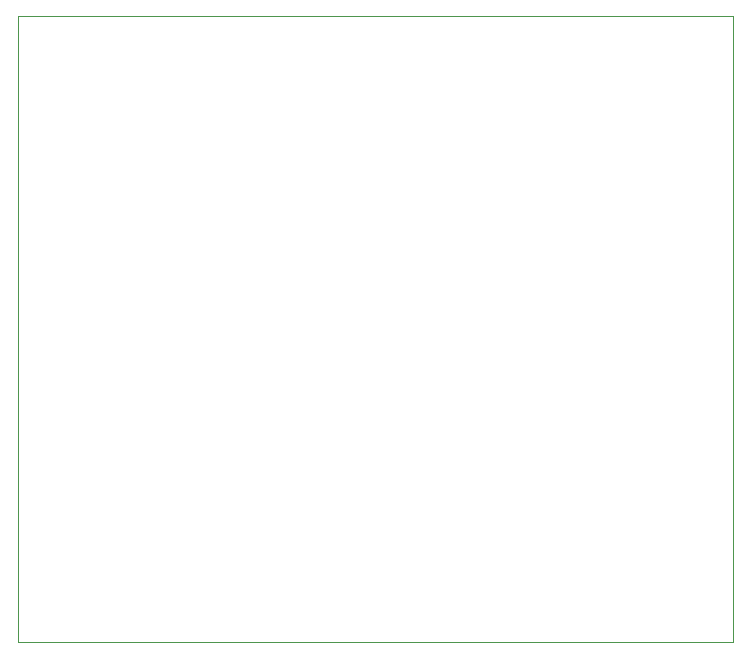
<source format=gbr>
%TF.GenerationSoftware,KiCad,Pcbnew,6.0.4-6f826c9f35~116~ubuntu20.04.1*%
%TF.CreationDate,2022-04-29T17:40:21+02:00*%
%TF.ProjectId,wlap,776c6170-2e6b-4696-9361-645f70636258,rev?*%
%TF.SameCoordinates,Original*%
%TF.FileFunction,Profile,NP*%
%FSLAX46Y46*%
G04 Gerber Fmt 4.6, Leading zero omitted, Abs format (unit mm)*
G04 Created by KiCad (PCBNEW 6.0.4-6f826c9f35~116~ubuntu20.04.1) date 2022-04-29 17:40:21*
%MOMM*%
%LPD*%
G01*
G04 APERTURE LIST*
%TA.AperFunction,Profile*%
%ADD10C,0.100000*%
%TD*%
G04 APERTURE END LIST*
D10*
X62500000Y-64000000D02*
X123000000Y-64000000D01*
X123000000Y-64000000D02*
X123000000Y-117000000D01*
X123000000Y-117000000D02*
X62500000Y-117000000D01*
X62500000Y-117000000D02*
X62500000Y-64000000D01*
M02*

</source>
